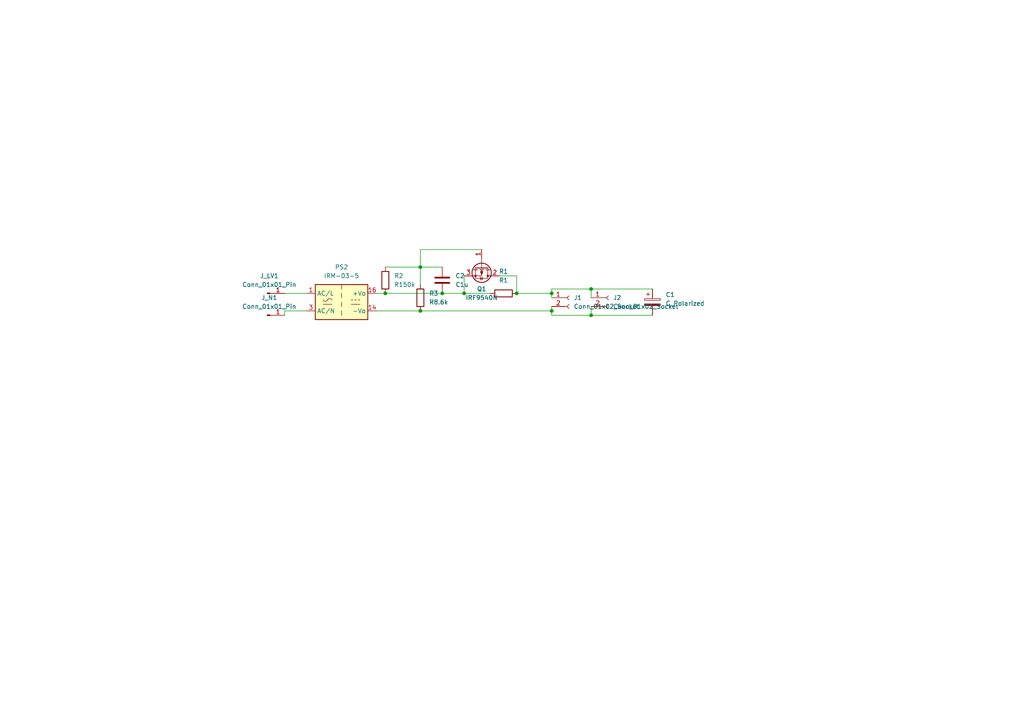
<source format=kicad_sch>
(kicad_sch (version 20231120) (generator "eeschema") (generator_version "8.0")
  (paper "A4")
  (lib_symbols
    (symbol "Connector:Conn_01x01_Pin" (pin_names (offset 1.016) hide)
      (property "Reference" "J" (at 0 2.54 0))
      (property "Value" "Conn_01x01_Pin" (at 0 -2.54 0))
      (symbol "Conn_01x01_Pin_1_1"
        (polyline (pts (xy 1.27 0) (xy 0.8636 0)) (stroke (width 0.1524)))
        (rectangle (start 0.8636 0.127) (end 0 -0.127) (stroke (width 0.1524)) (fill (type outline)))
        (pin passive line (at 5.08 0 180) (length 3.81) (name "Pin_1") (number "1"))
      )
    )
    (symbol "Connector:Conn_01x02_Socket" (pin_names (offset 1.016) hide)
      (property "Reference" "J" (at 0 2.54 0))
      (property "Value" "Conn_01x02_Socket" (at 0 -5.08 0))
      (symbol "Conn_01x02_Socket_1_1"
        (arc (start 0 -2.032) (mid -0.5058 -2.54) (end 0 -3.048) (stroke (width 0.1524)))
        (polyline (pts (xy -1.27 -2.54) (xy -0.508 -2.54)) (stroke (width 0.1524)))
        (polyline (pts (xy -1.27 0) (xy -0.508 0)) (stroke (width 0.1524)))
        (arc (start 0 0.508) (mid -0.5058 0) (end 0 -0.508) (stroke (width 0.1524)))
        (pin passive line (at -5.08 0 0) (length 3.81) (name "Pin_1") (number "1"))
        (pin passive line (at -5.08 -2.54 0) (length 3.81) (name "Pin_2") (number "2"))
      )
    )
    (symbol "Converter_ACDC:IRM-03-5"
      (property "Reference" "PS" (at 0 6.35 0))
      (property "Value" "IRM-03-5" (at 0 -6.35 0))
      (symbol "IRM-03-5_0_1"
        (rectangle (start -7.62 5.08) (end 7.62 -5.08) (stroke (width 0.254)) (fill (type background)))
        (arc (start -5.334 0.635) (mid -4.699 0.2495) (end -4.064 0.635))
        (arc (start -2.794 0.635) (mid -3.429 1.0072) (end -4.064 0.635))
        (polyline (pts (xy -5.334 -0.635) (xy -2.794 -0.635)))
        (polyline (pts (xy 0 -2.54) (xy 0 -3.81)))
        (polyline (pts (xy 0 0) (xy 0 -1.27)))
        (polyline (pts (xy 0 2.54) (xy 0 1.27)))
        (polyline (pts (xy 0 5.08) (xy 0 3.81)))
        (polyline (pts (xy 2.794 -0.635) (xy 5.334 -0.635)))
        (polyline (pts (xy 2.794 0.635) (xy 3.302 0.635)))
        (polyline (pts (xy 3.81 0.635) (xy 4.318 0.635)))
        (polyline (pts (xy 4.826 0.635) (xy 5.334 0.635)))
      )
      (symbol "IRM-03-5_1_1"
        (pin power_in line (at -10.16 2.54 0) (length 2.54) (name "AC/L") (number "1"))
        (pin power_out line (at 10.16 -2.54 180) (length 2.54) (name "-Vo") (number "14"))
        (pin power_out line (at 10.16 2.54 180) (length 2.54) (name "+Vo") (number "16"))
        (pin power_in line (at -10.16 -2.54 0) (length 2.54) (name "AC/N") (number "3"))
        (pin no_connect line (at -7.62 0 0) (length 2.54) hide (name "NC") (number "5"))
      )
    )
    (symbol "Device:C" (pin_numbers hide) (pin_names (offset 0.254))
      (property "Reference" "C" (at 0.635 2.54 0))
      (property "Value" "C" (at 0.635 -2.54 0))
      (symbol "C_0_1"
        (polyline (pts (xy -2.032 -0.762) (xy 2.032 -0.762)) (stroke (width 0.508)))
        (polyline (pts (xy -2.032 0.762) (xy 2.032 0.762)) (stroke (width 0.508)))
      )
      (symbol "C_1_1"
        (pin passive line (at 0 3.81 270) (length 2.794) (name "~") (number "1"))
        (pin passive line (at 0 -3.81 90) (length 2.794) (name "~") (number "2"))
      )
    )
    (symbol "Device:C_Polarized" (pin_numbers hide) (pin_names (offset 0.254))
      (property "Reference" "C" (at 0.635 2.54 0))
      (property "Value" "C_Polarized" (at 0.635 -2.54 0))
      (symbol "C_Polarized_0_1"
        (rectangle (start -2.286 0.508) (end 2.286 1.016))
        (polyline (pts (xy -1.778 2.286) (xy -0.762 2.286)))
        (polyline (pts (xy -1.27 2.794) (xy -1.27 1.778)))
        (rectangle (start 2.286 -0.508) (end -2.286 -1.016) (fill (type outline)))
      )
      (symbol "C_Polarized_1_1"
        (pin passive line (at 0 3.81 270) (length 2.794) (name "~") (number "1"))
        (pin passive line (at 0 -3.81 90) (length 2.794) (name "~") (number "2"))
      )
    )
    (symbol "Device:R" (pin_numbers hide) (pin_names (offset 0))
      (property "Reference" "R" (at 2.032 0 90))
      (property "Value" "R" (at 0 0 90))
      (symbol "R_0_1"
        (rectangle (start -1.016 -2.54) (end 1.016 2.54) (stroke (width 0.254)))
      )
      (symbol "R_1_1"
        (pin passive line (at 0 3.81 270) (length 1.27) (name "~") (number "1"))
        (pin passive line (at 0 -3.81 90) (length 1.27) (name "~") (number "2"))
      )
    )
    (symbol "Transistor_FET:IRF9540N" (pin_names hide)
      (property "Reference" "Q" (at 5.08 1.905 0))
      (property "Value" "IRF9540N" (at 5.08 0 0))
      (symbol "IRF9540N_0_1"
        (polyline (pts (xy 0.254 0) (xy -2.54 0)))
        (polyline (pts (xy 0.254 1.905) (xy 0.254 -1.905)) (stroke (width 0.254)))
        (polyline (pts (xy 0.762 -1.27) (xy 0.762 -2.286)) (stroke (width 0.254)))
        (polyline (pts (xy 0.762 0.508) (xy 0.762 -0.508)) (stroke (width 0.254)))
        (polyline (pts (xy 0.762 2.286) (xy 0.762 1.27)) (stroke (width 0.254)))
        (polyline (pts (xy 2.54 2.54) (xy 2.54 1.778)))
        (polyline (pts (xy 2.54 -2.54) (xy 2.54 0) (xy 0.762 0)))
        (polyline (pts (xy 0.762 1.778) (xy 3.302 1.778) (xy 3.302 -1.778) (xy 0.762 -1.778)))
        (polyline (pts (xy 2.286 0) (xy 1.27 0.381) (xy 1.27 -0.381) (xy 2.286 0)) (fill (type outline)))
        (polyline (pts (xy 2.794 -0.508) (xy 2.921 -0.381) (xy 3.683 -0.381) (xy 3.81 -0.254)))
        (polyline (pts (xy 3.302 -0.381) (xy 2.921 0.254) (xy 3.683 0.254) (xy 3.302 -0.381)))
        (circle (center 1.651 0) (radius 2.794) (stroke (width 0.254)))
        (circle (center 2.54 -1.778) (radius 0.254) (fill (type outline)))
        (circle (center 2.54 1.778) (radius 0.254) (fill (type outline)))
      )
      (symbol "IRF9540N_1_1"
        (pin input line (at -5.08 0 0) (length 2.54) (name "G") (number "1"))
        (pin passive line (at 2.54 5.08 270) (length 2.54) (name "D") (number "2"))
        (pin passive line (at 2.54 -5.08 90) (length 2.54) (name "S") (number "3"))
      )
    )
  )
  (junction (at 171.45 83.82))
  (junction (at 160.02 90.17))
  (junction (at 149.86 85.09))
  (junction (at 121.92 77.47))
  (junction (at 160.02 85.09))
  (junction (at 128.27 85.09))
  (junction (at 134.62 85.09))
  (junction (at 171.45 91.44))
  (junction (at 111.76 85.09))
  (junction (at 121.92 90.17))
  (wire (pts (xy 121.92 90.17) (xy 160.02 90.17)))
  (wire (pts (xy 121.92 72.39) (xy 139.7 72.39)))
  (wire (pts (xy 160.02 91.44) (xy 160.02 90.17)))
  (wire (pts (xy 160.02 85.09) (xy 160.02 86.36)))
  (wire (pts (xy 111.76 77.47) (xy 121.92 77.47)))
  (wire (pts (xy 171.45 83.82) (xy 160.02 83.82)))
  (wire (pts (xy 160.02 90.17) (xy 160.02 88.9)))
  (wire (pts (xy 189.23 83.82) (xy 171.45 83.82)))
  (wire (pts (xy 134.62 85.09) (xy 142.24 85.09)))
  (wire (pts (xy 134.62 80.01) (xy 134.62 85.09)))
  (wire (pts (xy 171.45 91.44) (xy 160.02 91.44)))
  (wire (pts (xy 121.92 77.47) (xy 121.92 82.55)))
  (wire (pts (xy 144.78 80.01) (xy 149.86 80.01)))
  (wire (pts (xy 149.86 85.09) (xy 160.02 85.09)))
  (wire (pts (xy 88.9 90.17) (xy 82.55 90.17)))
  (wire (pts (xy 189.23 91.44) (xy 171.45 91.44)))
  (wire (pts (xy 109.22 85.09) (xy 111.76 85.09)))
  (wire (pts (xy 121.92 77.47) (xy 128.27 77.47)))
  (wire (pts (xy 149.86 80.01) (xy 149.86 85.09)))
  (wire (pts (xy 109.22 90.17) (xy 121.92 90.17)))
  (wire (pts (xy 121.92 77.47) (xy 121.92 72.39)))
  (wire (pts (xy 82.55 85.09) (xy 88.9 85.09)))
  (wire (pts (xy 111.76 85.09) (xy 128.27 85.09)))
  (wire (pts (xy 128.27 85.09) (xy 134.62 85.09)))
  (wire (pts (xy 171.45 83.82) (xy 171.45 86.36)))
  (wire (pts (xy 171.45 88.9) (xy 171.45 91.44)))
  (wire (pts (xy 82.55 90.17) (xy 82.55 91.44)))
  (wire (pts (xy 160.02 83.82) (xy 160.02 85.09)))
  (symbol (lib_id "Device:R") (at 121.92 86.36 0) (unit 1)
    (property "Reference" "R3" (at 124.46 85.0899 0) (effects (justify left)))
    (property "Value" "R8.6k" (at 124.46 87.6299 0) (effects (justify left)))
    (property "Footprint" "Resistor_THT:R_Axial_DIN0207_L6.3mm_D2.5mm_P2.54mm_Vertical" (effects (hide yes)))
    (property "Description" "Resistor" (effects (hide yes)))
  )
  (symbol (lib_id "Device:R") (at 111.76 81.28 0) (unit 1)
    (property "Reference" "R2" (at 114.3 80.0099 0) (effects (justify left)))
    (property "Value" "R150k" (at 114.3 82.5499 0) (effects (justify left)))
    (property "Footprint" "Resistor_THT:R_Axial_DIN0207_L6.3mm_D2.5mm_P2.54mm_Vertical" (effects (hide yes)))
    (property "Description" "Resistor" (effects (hide yes)))
  )
  (symbol (lib_id "Connector:Conn_01x01_Pin") (at 77.47 91.44 0) (unit 1)
    (property "Reference" "J_N1" (at 78.105 86.36 0))
    (property "Value" "Conn_01x01_Pin" (at 78.105 88.9 0))
    (property "Footprint" "Connector_Wire:SolderWire-2.5sqmm_1x01_D2.4mm_OD4.4mm" (effects (hide yes)))
    (property "Description" "Generic connector, single row, 01x01, script generated" (effects (hide yes)))
  )
  (symbol (lib_id "Device:R") (at 146.05 85.09 270) (unit 1)
    (property "Reference" "R1" (at 146.05 78.74 90))
    (property "Value" "R1" (at 146.05 81.28 90))
    (property "Footprint" "Resistor_THT:R_Axial_DIN0207_L6.3mm_D2.5mm_P2.54mm_Vertical" (effects (hide yes)))
    (property "Description" "Resistor" (effects (hide yes)))
  )
  (symbol (lib_id "Connector:Conn_01x02_Socket") (at 165.1 86.36 0) (unit 1)
    (property "Reference" "J1" (at 166.37 86.3599 0) (effects (justify left)))
    (property "Value" "Conn_01x02_Socket" (at 166.37 88.8999 0) (effects (justify left)))
    (property "Footprint" "Connector_PinHeader_2.54mm:PinHeader_1x02_P2.54mm_Vertical" (effects (hide yes)))
    (property "Description" "Generic connector, single row, 01x02, script generated" (effects (hide yes)))
  )
  (symbol (lib_id "Converter_ACDC:IRM-03-5") (at 99.06 87.63 0) (unit 1)
    (property "Reference" "PS2" (at 99.06 77.47 0))
    (property "Value" "IRM-03-5" (at 99.06 80.01 0))
    (property "Footprint" "Converter_ACDC:Converter_ACDC_MeanWell_IRM-03-xx_THT" (effects (hide yes)))
    (property "Datasheet" "https://www.meanwell.com/Upload/PDF/IRM-03/IRM-03-SPEC.PDF" (effects (hide yes)))
    (property "Description" "5V, 600mA, 3W, Isolated, AC-DC, IRM03" (effects (hide yes)))
  )
  (symbol (lib_id "Connector:Conn_01x02_Socket") (at 176.53 86.36 0) (unit 1)
    (property "Reference" "J2" (at 177.8 86.3599 0) (effects (justify left)))
    (property "Value" "Conn_01x02_Socket" (at 177.8 88.8999 0) (effects (justify left)))
    (property "Footprint" "Connector_PinHeader_2.54mm:PinHeader_1x02_P2.54mm_Vertical" (effects (hide yes)))
    (property "Description" "Generic connector, single row, 01x02, script generated" (effects (hide yes)))
  )
  (symbol (lib_id "Transistor_FET:IRF9540N") (at 139.7 77.47 270) (unit 1)
    (property "Reference" "Q1" (at 139.7 83.82 90))
    (property "Value" "IRF9540N" (at 139.7 86.36 90))
    (property "Footprint" "Package_TO_SOT_THT:TO-220-3_Vertical" (effects (hide yes)))
    (property "Datasheet" "http://www.irf.com/product-info/datasheets/data/irf9540n.pdf" (effects (hide yes)))
    (property "Description" "-23A Id, -100V Vds, 117mOhm Rds, P-Channel HEXFET Power MOSFET, TO-220" (effects (hide yes)))
  )
  (symbol (lib_id "Device:C") (at 128.27 81.28 0) (unit 1)
    (property "Reference" "C2" (at 132.08 80.0099 0) (effects (justify left)))
    (property "Value" "C1u" (at 132.08 82.5499 0) (effects (justify left)))
    (property "Footprint" "Capacitor_THT:C_Disc_D3.0mm_W1.6mm_P2.50mm" (effects (hide yes)))
    (property "Description" "Unpolarized capacitor" (effects (hide yes)))
  )
  (symbol (lib_id "Device:C_Polarized") (at 189.23 87.63 0) (unit 1)
    (property "Reference" "C1" (at 193.04 85.4709 0) (effects (justify left)))
    (property "Value" "C_Polarized" (at 193.04 88.0109 0) (effects (justify left)))
    (property "Footprint" "Capacitor_THT:CP_Radial_D8.0mm_P5.00mm" (effects (hide yes)))
    (property "Description" "Polarized capacitor" (effects (hide yes)))
  )
  (symbol (lib_id "Connector:Conn_01x01_Pin") (at 77.47 85.09 0) (unit 1)
    (property "Reference" "J_LV1" (at 78.105 80.01 0))
    (property "Value" "Conn_01x01_Pin" (at 78.105 82.55 0))
    (property "Footprint" "Connector_Wire:SolderWire-2.5sqmm_1x01_D2.4mm_OD4.4mm" (effects (hide yes)))
    (property "Description" "Generic connector, single row, 01x01, script generated" (effects (hide yes)))
  )
)
</source>
